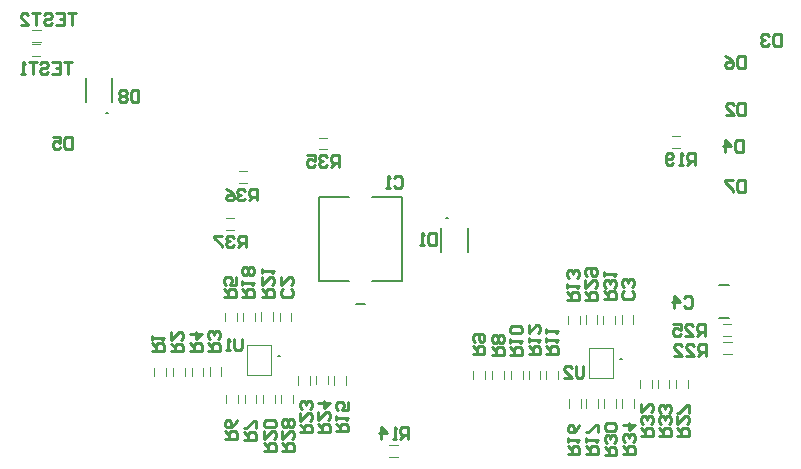
<source format=gbo>
G04*
G04 #@! TF.GenerationSoftware,Altium Limited,Altium Designer,20.1.14 (287)*
G04*
G04 Layer_Color=32896*
%FSLAX25Y25*%
%MOIN*%
G70*
G04*
G04 #@! TF.SameCoordinates,F3919BB7-7B28-4886-AACB-0E40FDAB0E15*
G04*
G04*
G04 #@! TF.FilePolarity,Positive*
G04*
G01*
G75*
%ADD10C,0.00394*%
%ADD11C,0.00787*%
%ADD12C,0.00500*%
%ADD14C,0.01000*%
%ADD59C,0.00600*%
D10*
X48453Y145515D02*
X51209D01*
X48453Y141578D02*
X51209D01*
X48377Y140969D02*
X51133D01*
X48377Y137032D02*
X51133D01*
X278762Y41638D02*
X281518D01*
X278762Y37701D02*
X281518D01*
X278672Y47528D02*
X281428D01*
X278672Y43591D02*
X281428D01*
X95395Y30370D02*
Y33126D01*
X99332Y30370D02*
Y33126D01*
X107505Y30430D02*
Y33186D01*
X111442Y30430D02*
Y33186D01*
X101505Y30370D02*
Y33126D01*
X105442Y30370D02*
Y33126D01*
X113107Y21200D02*
Y23956D01*
X117044Y21200D02*
Y23956D01*
X119197Y21240D02*
Y23996D01*
X123134Y21240D02*
Y23996D01*
X131455Y21160D02*
Y23916D01*
X135392Y21160D02*
Y23916D01*
X125315Y21190D02*
Y23946D01*
X129252Y21190D02*
Y23946D01*
X120088Y30707D02*
Y40549D01*
X127962D01*
Y30707D02*
Y40549D01*
X120088Y30707D02*
X127962D01*
X137025Y27480D02*
Y30236D01*
X140962Y27480D02*
Y30236D01*
X142965Y27550D02*
Y30306D01*
X146902Y27550D02*
Y30306D01*
X207934Y29170D02*
Y31926D01*
X211871Y29170D02*
Y31926D01*
X213865Y29230D02*
Y31986D01*
X217802Y29230D02*
Y31986D01*
X219744Y29170D02*
Y31926D01*
X223680Y29170D02*
Y31926D01*
X227217Y19760D02*
Y22516D01*
X231154Y19760D02*
Y22516D01*
X230922Y47720D02*
Y50476D01*
X226985Y47720D02*
Y50476D01*
X233137Y19760D02*
Y22516D01*
X237074Y19760D02*
Y22516D01*
X236772Y47740D02*
Y50496D01*
X232835Y47740D02*
Y50496D01*
X239087Y19820D02*
Y22576D01*
X243024Y19820D02*
Y22576D01*
X242742Y47710D02*
Y50466D01*
X238805Y47710D02*
Y50466D01*
X245027Y19820D02*
Y22576D01*
X248964Y19820D02*
Y22576D01*
X248772Y47770D02*
Y50526D01*
X244835Y47770D02*
Y50526D01*
X116594Y48700D02*
Y51456D01*
X112657Y48700D02*
Y51456D01*
X122514Y48690D02*
Y51446D01*
X118577Y48690D02*
Y51446D01*
X134774Y48690D02*
Y51446D01*
X130837Y48690D02*
Y51446D01*
X128644Y48750D02*
Y51506D01*
X124707Y48750D02*
Y51506D01*
X250885Y26250D02*
Y29006D01*
X254822Y26250D02*
Y29006D01*
X256855Y26348D02*
Y29104D01*
X260792Y26348D02*
Y29104D01*
X234027Y29787D02*
Y39629D01*
X241901D01*
Y29787D02*
Y39629D01*
X234027Y29787D02*
X241901D01*
X167462Y3241D02*
X170218D01*
X167462Y7179D02*
X170218D01*
X149072Y27472D02*
Y30228D01*
X153008Y27472D02*
Y30228D01*
X261662Y106412D02*
X264418D01*
X261662Y110348D02*
X264418D01*
X262892Y26312D02*
Y29068D01*
X266828Y26312D02*
Y29068D01*
X143852Y105851D02*
X146608D01*
X143852Y109789D02*
X146608D01*
X112962Y78971D02*
X115718D01*
X112962Y82908D02*
X115718D01*
X117222Y94671D02*
X119978D01*
X117222Y98608D02*
X119978D01*
X89002Y30342D02*
Y33098D01*
X92939Y30342D02*
Y33098D01*
X195412Y29192D02*
Y31948D01*
X199348Y29192D02*
Y31948D01*
X201701Y29192D02*
Y31948D01*
X205639Y29192D02*
Y31948D01*
D11*
X73618Y118072D02*
X72830D01*
X73618D01*
X131111Y37006D02*
X130324D01*
X131111D01*
X245050Y36086D02*
X244263D01*
X245050D01*
X187085Y83130D02*
X186297D01*
X187085D01*
D12*
X66216Y121655D02*
Y129529D01*
X75113Y121655D02*
Y129529D01*
X277267Y60672D02*
X280574D01*
X277267Y49648D02*
X280574D01*
X193699Y71673D02*
Y79547D01*
X184801Y71673D02*
Y79547D01*
D14*
X62878Y151348D02*
X60255D01*
X61567D01*
Y147412D01*
X56319Y151348D02*
X58943D01*
Y147412D01*
X56319D01*
X58943Y149380D02*
X57631D01*
X52383Y150692D02*
X53039Y151348D01*
X54351D01*
X55007Y150692D01*
Y150036D01*
X54351Y149380D01*
X53039D01*
X52383Y148724D01*
Y148068D01*
X53039Y147412D01*
X54351D01*
X55007Y148068D01*
X51071Y151348D02*
X48447D01*
X49759D01*
Y147412D01*
X44512D02*
X47135D01*
X44512Y150036D01*
Y150692D01*
X45168Y151348D01*
X46479D01*
X47135Y150692D01*
X61629Y135043D02*
X59005D01*
X60317D01*
Y131107D01*
X55070Y135043D02*
X57694D01*
Y131107D01*
X55070D01*
X57694Y133075D02*
X56382D01*
X51134Y134387D02*
X51790Y135043D01*
X53102D01*
X53758Y134387D01*
Y133731D01*
X53102Y133075D01*
X51790D01*
X51134Y132419D01*
Y131763D01*
X51790Y131107D01*
X53102D01*
X53758Y131763D01*
X49822Y135043D02*
X47198D01*
X48510D01*
Y131107D01*
X45886D02*
X44574D01*
X45230D01*
Y135043D01*
X45886Y134387D01*
X61749Y109938D02*
Y106003D01*
X59781D01*
X59126Y106659D01*
Y109282D01*
X59781Y109938D01*
X61749D01*
X55190D02*
X57814D01*
Y107970D01*
X56502Y108626D01*
X55846D01*
X55190Y107970D01*
Y106659D01*
X55846Y106003D01*
X57158D01*
X57814Y106659D01*
X286088Y121298D02*
Y117362D01*
X284120D01*
X283465Y118018D01*
Y120642D01*
X284120Y121298D01*
X286088D01*
X279529Y117362D02*
X282153D01*
X279529Y119986D01*
Y120642D01*
X280185Y121298D01*
X281497D01*
X282153Y120642D01*
X285902Y95605D02*
Y91670D01*
X283934D01*
X283278Y92326D01*
Y94950D01*
X283934Y95605D01*
X285902D01*
X281966D02*
X279343D01*
Y94950D01*
X281966Y92326D01*
Y91670D01*
X285344Y108824D02*
Y104888D01*
X283376D01*
X282720Y105544D01*
Y108168D01*
X283376Y108824D01*
X285344D01*
X279440Y104888D02*
Y108824D01*
X281408Y106856D01*
X278784D01*
X285902Y137030D02*
Y133095D01*
X283934D01*
X283278Y133751D01*
Y136374D01*
X283934Y137030D01*
X285902D01*
X279343D02*
X280654Y136374D01*
X281966Y135063D01*
Y133751D01*
X281310Y133095D01*
X279998D01*
X279343Y133751D01*
Y134407D01*
X279998Y135063D01*
X281966D01*
X297911Y144385D02*
Y140449D01*
X295943D01*
X295287Y141105D01*
Y143729D01*
X295943Y144385D01*
X297911D01*
X293975Y143729D02*
X293319Y144385D01*
X292007D01*
X291351Y143729D01*
Y143073D01*
X292007Y142417D01*
X292663D01*
X292007D01*
X291351Y141761D01*
Y141105D01*
X292007Y140449D01*
X293319D01*
X293975Y141105D01*
X83785Y125499D02*
Y121564D01*
X81817D01*
X81161Y122220D01*
Y124844D01*
X81817Y125499D01*
X83785D01*
X79849Y124844D02*
X79193Y125499D01*
X77881D01*
X77225Y124844D01*
Y124188D01*
X77881Y123532D01*
X77225Y122876D01*
Y122220D01*
X77881Y121564D01*
X79193D01*
X79849Y122220D01*
Y122876D01*
X79193Y123532D01*
X79849Y124188D01*
Y124844D01*
X79193Y123532D02*
X77881D01*
X232130Y33578D02*
Y30298D01*
X231474Y29642D01*
X230162D01*
X229506Y30298D01*
Y33578D01*
X225570Y29642D02*
X228194D01*
X225570Y32266D01*
Y32922D01*
X226226Y33578D01*
X227538D01*
X228194Y32922D01*
X118381Y42789D02*
Y39509D01*
X117725Y38853D01*
X116413D01*
X115757Y39509D01*
Y42789D01*
X114445Y38853D02*
X113133D01*
X113789D01*
Y42789D01*
X114445Y42133D01*
X119488Y73202D02*
Y77138D01*
X117520D01*
X116864Y76482D01*
Y75170D01*
X117520Y74514D01*
X119488D01*
X118176D02*
X116864Y73202D01*
X115552Y76482D02*
X114896Y77138D01*
X113584D01*
X112928Y76482D01*
Y75826D01*
X113584Y75170D01*
X114240D01*
X113584D01*
X112928Y74514D01*
Y73858D01*
X113584Y73202D01*
X114896D01*
X115552Y73858D01*
X111616Y77138D02*
X108992D01*
Y76482D01*
X111616Y73858D01*
Y73202D01*
X123368Y88832D02*
Y92768D01*
X121400D01*
X120744Y92112D01*
Y90800D01*
X121400Y90144D01*
X123368D01*
X122056D02*
X120744Y88832D01*
X119432Y92112D02*
X118776Y92768D01*
X117464D01*
X116808Y92112D01*
Y91456D01*
X117464Y90800D01*
X118120D01*
X117464D01*
X116808Y90144D01*
Y89488D01*
X117464Y88832D01*
X118776D01*
X119432Y89488D01*
X112872Y92768D02*
X114184Y92112D01*
X115496Y90800D01*
Y89488D01*
X114840Y88832D01*
X113528D01*
X112872Y89488D01*
Y90144D01*
X113528Y90800D01*
X115496D01*
X150618Y100072D02*
Y104008D01*
X148650D01*
X147994Y103352D01*
Y102040D01*
X148650Y101384D01*
X150618D01*
X149306D02*
X147994Y100072D01*
X146682Y103352D02*
X146026Y104008D01*
X144714D01*
X144058Y103352D01*
Y102696D01*
X144714Y102040D01*
X145370D01*
X144714D01*
X144058Y101384D01*
Y100728D01*
X144714Y100072D01*
X146026D01*
X146682Y100728D01*
X140122Y104008D02*
X142746D01*
Y102040D01*
X141434Y102696D01*
X140778D01*
X140122Y102040D01*
Y100728D01*
X140778Y100072D01*
X142090D01*
X142746Y100728D01*
X245266Y4290D02*
X249202D01*
Y6258D01*
X248546Y6914D01*
X247234D01*
X246578Y6258D01*
Y4290D01*
Y5602D02*
X245266Y6914D01*
X248546Y8226D02*
X249202Y8882D01*
Y10194D01*
X248546Y10850D01*
X247890D01*
X247234Y10194D01*
Y9538D01*
Y10194D01*
X246578Y10850D01*
X245922D01*
X245266Y10194D01*
Y8882D01*
X245922Y8226D01*
X245266Y14130D02*
X249202D01*
X247234Y12162D01*
Y14785D01*
X257296Y10278D02*
X261232D01*
Y12246D01*
X260576Y12902D01*
X259264D01*
X258608Y12246D01*
Y10278D01*
Y11590D02*
X257296Y12902D01*
X260576Y14214D02*
X261232Y14870D01*
Y16182D01*
X260576Y16838D01*
X259920D01*
X259264Y16182D01*
Y15526D01*
Y16182D01*
X258608Y16838D01*
X257952D01*
X257296Y16182D01*
Y14870D01*
X257952Y14214D01*
X260576Y18150D02*
X261232Y18806D01*
Y20118D01*
X260576Y20774D01*
X259920D01*
X259264Y20118D01*
Y19462D01*
Y20118D01*
X258608Y20774D01*
X257952D01*
X257296Y20118D01*
Y18806D01*
X257952Y18150D01*
X251326Y10358D02*
X255262D01*
Y12326D01*
X254606Y12982D01*
X253294D01*
X252638Y12326D01*
Y10358D01*
Y11670D02*
X251326Y12982D01*
X254606Y14294D02*
X255262Y14950D01*
Y16262D01*
X254606Y16918D01*
X253950D01*
X253294Y16262D01*
Y15606D01*
Y16262D01*
X252638Y16918D01*
X251982D01*
X251326Y16262D01*
Y14950D01*
X251982Y14294D01*
X251326Y20854D02*
Y18230D01*
X253950Y20854D01*
X254606D01*
X255262Y20198D01*
Y18886D01*
X254606Y18230D01*
X238976Y55866D02*
X242912D01*
Y57834D01*
X242256Y58490D01*
X240944D01*
X240288Y57834D01*
Y55866D01*
Y57178D02*
X238976Y58490D01*
X242256Y59802D02*
X242912Y60458D01*
Y61770D01*
X242256Y62426D01*
X241600D01*
X240944Y61770D01*
Y61114D01*
Y61770D01*
X240288Y62426D01*
X239632D01*
X238976Y61770D01*
Y60458D01*
X239632Y59802D01*
X238976Y63738D02*
Y65049D01*
Y64394D01*
X242912D01*
X242256Y63738D01*
X239176Y4090D02*
X243112D01*
Y6058D01*
X242456Y6714D01*
X241144D01*
X240488Y6058D01*
Y4090D01*
Y5402D02*
X239176Y6714D01*
X242456Y8026D02*
X243112Y8682D01*
Y9994D01*
X242456Y10650D01*
X241800D01*
X241144Y9994D01*
Y9338D01*
Y9994D01*
X240488Y10650D01*
X239832D01*
X239176Y9994D01*
Y8682D01*
X239832Y8026D01*
X242456Y11962D02*
X243112Y12618D01*
Y13929D01*
X242456Y14585D01*
X239832D01*
X239176Y13929D01*
Y12618D01*
X239832Y11962D01*
X242456D01*
X232716Y55730D02*
X236652D01*
Y57698D01*
X235996Y58354D01*
X234684D01*
X234028Y57698D01*
Y55730D01*
Y57042D02*
X232716Y58354D01*
Y62290D02*
Y59666D01*
X235340Y62290D01*
X235996D01*
X236652Y61634D01*
Y60322D01*
X235996Y59666D01*
X233372Y63602D02*
X232716Y64258D01*
Y65570D01*
X233372Y66225D01*
X235996D01*
X236652Y65570D01*
Y64258D01*
X235996Y63602D01*
X235340D01*
X234684Y64258D01*
Y66225D01*
X131806Y5370D02*
X135742D01*
Y7338D01*
X135086Y7994D01*
X133774D01*
X133118Y7338D01*
Y5370D01*
Y6682D02*
X131806Y7994D01*
Y11930D02*
Y9306D01*
X134430Y11930D01*
X135086D01*
X135742Y11274D01*
Y9962D01*
X135086Y9306D01*
Y13242D02*
X135742Y13898D01*
Y15210D01*
X135086Y15865D01*
X134430D01*
X133774Y15210D01*
X133118Y15865D01*
X132462D01*
X131806Y15210D01*
Y13898D01*
X132462Y13242D01*
X133118D01*
X133774Y13898D01*
X134430Y13242D01*
X135086D01*
X133774Y13898D02*
Y15210D01*
X263252Y10272D02*
X267188D01*
Y12240D01*
X266532Y12896D01*
X265220D01*
X264564Y12240D01*
Y10272D01*
Y11584D02*
X263252Y12896D01*
Y16832D02*
Y14208D01*
X265876Y16832D01*
X266532D01*
X267188Y16176D01*
Y14864D01*
X266532Y14208D01*
X267188Y18144D02*
Y20768D01*
X266532D01*
X263908Y18144D01*
X263252D01*
X272628Y43682D02*
Y47618D01*
X270660D01*
X270004Y46962D01*
Y45650D01*
X270660Y44994D01*
X272628D01*
X271316D02*
X270004Y43682D01*
X266068D02*
X268692D01*
X266068Y46306D01*
Y46962D01*
X266724Y47618D01*
X268036D01*
X268692Y46962D01*
X262132Y47618D02*
X264756D01*
Y45650D01*
X263444Y46306D01*
X262788D01*
X262132Y45650D01*
Y44338D01*
X262788Y43682D01*
X264100D01*
X264756Y44338D01*
X143796Y11630D02*
X147732D01*
Y13598D01*
X147076Y14254D01*
X145764D01*
X145108Y13598D01*
Y11630D01*
Y12942D02*
X143796Y14254D01*
Y18190D02*
Y15566D01*
X146420Y18190D01*
X147076D01*
X147732Y17534D01*
Y16222D01*
X147076Y15566D01*
X143796Y21470D02*
X147732D01*
X145764Y19502D01*
Y22125D01*
X137766Y11520D02*
X141702D01*
Y13488D01*
X141046Y14144D01*
X139734D01*
X139078Y13488D01*
Y11520D01*
Y12832D02*
X137766Y14144D01*
Y18080D02*
Y15456D01*
X140390Y18080D01*
X141046D01*
X141702Y17424D01*
Y16112D01*
X141046Y15456D01*
Y19392D02*
X141702Y20048D01*
Y21360D01*
X141046Y22015D01*
X140390D01*
X139734Y21360D01*
Y20704D01*
Y21360D01*
X139078Y22015D01*
X138422D01*
X137766Y21360D01*
Y20048D01*
X138422Y19392D01*
X272868Y37012D02*
Y40948D01*
X270900D01*
X270244Y40292D01*
Y38980D01*
X270900Y38324D01*
X272868D01*
X271556D02*
X270244Y37012D01*
X266308D02*
X268932D01*
X266308Y39636D01*
Y40292D01*
X266964Y40948D01*
X268276D01*
X268932Y40292D01*
X262372Y37012D02*
X264996D01*
X262372Y39636D01*
Y40292D01*
X263028Y40948D01*
X264340D01*
X264996Y40292D01*
X125016Y56736D02*
X128952D01*
Y58704D01*
X128296Y59360D01*
X126984D01*
X126328Y58704D01*
Y56736D01*
Y58048D02*
X125016Y59360D01*
Y63296D02*
Y60672D01*
X127640Y63296D01*
X128296D01*
X128952Y62640D01*
Y61328D01*
X128296Y60672D01*
X125016Y64608D02*
Y65920D01*
Y65263D01*
X128952D01*
X128296Y64608D01*
X125676Y5290D02*
X129612D01*
Y7258D01*
X128956Y7914D01*
X127644D01*
X126988Y7258D01*
Y5290D01*
Y6602D02*
X125676Y7914D01*
Y11850D02*
Y9226D01*
X128300Y11850D01*
X128956D01*
X129612Y11194D01*
Y9882D01*
X128956Y9226D01*
Y13162D02*
X129612Y13818D01*
Y15130D01*
X128956Y15785D01*
X126332D01*
X125676Y15130D01*
Y13818D01*
X126332Y13162D01*
X128956D01*
X269338Y100632D02*
Y104568D01*
X267370D01*
X266714Y103912D01*
Y102600D01*
X267370Y101944D01*
X269338D01*
X268026D02*
X266714Y100632D01*
X265402D02*
X264090D01*
X264746D01*
Y104568D01*
X265402Y103912D01*
X262122Y101288D02*
X261466Y100632D01*
X260154D01*
X259498Y101288D01*
Y103912D01*
X260154Y104568D01*
X261466D01*
X262122Y103912D01*
Y103256D01*
X261466Y102600D01*
X259498D01*
X118476Y56728D02*
X122412D01*
Y58696D01*
X121756Y59352D01*
X120444D01*
X119788Y58696D01*
Y56728D01*
Y58040D02*
X118476Y59352D01*
Y60664D02*
Y61976D01*
Y61320D01*
X122412D01*
X121756Y60664D01*
Y63944D02*
X122412Y64600D01*
Y65912D01*
X121756Y66567D01*
X121100D01*
X120444Y65912D01*
X119788Y66567D01*
X119132D01*
X118476Y65912D01*
Y64600D01*
X119132Y63944D01*
X119788D01*
X120444Y64600D01*
X121100Y63944D01*
X121756D01*
X120444Y64600D02*
Y65912D01*
X233086Y4278D02*
X237022D01*
Y6246D01*
X236366Y6902D01*
X235054D01*
X234398Y6246D01*
Y4278D01*
Y5590D02*
X233086Y6902D01*
Y8214D02*
Y9526D01*
Y8870D01*
X237022D01*
X236366Y8214D01*
X237022Y11494D02*
Y14117D01*
X236366D01*
X233742Y11494D01*
X233086D01*
X226866Y4278D02*
X230802D01*
Y6246D01*
X230146Y6902D01*
X228834D01*
X228178Y6246D01*
Y4278D01*
Y5590D02*
X226866Y6902D01*
Y8214D02*
Y9526D01*
Y8870D01*
X230802D01*
X230146Y8214D01*
X230802Y14117D02*
X230146Y12806D01*
X228834Y11494D01*
X227522D01*
X226866Y12150D01*
Y13462D01*
X227522Y14117D01*
X228178D01*
X228834Y13462D01*
Y11494D01*
X149732Y11850D02*
X153668D01*
Y13818D01*
X153012Y14474D01*
X151700D01*
X151044Y13818D01*
Y11850D01*
Y13162D02*
X149732Y14474D01*
Y15786D02*
Y17098D01*
Y16442D01*
X153668D01*
X153012Y15786D01*
X153668Y21690D02*
Y19066D01*
X151700D01*
X152356Y20378D01*
Y21034D01*
X151700Y21690D01*
X150388D01*
X149732Y21034D01*
Y19722D01*
X150388Y19066D01*
X173750Y9222D02*
Y13158D01*
X171782D01*
X171126Y12502D01*
Y11190D01*
X171782Y10534D01*
X173750D01*
X172438D02*
X171126Y9222D01*
X169814D02*
X168502D01*
X169158D01*
Y13158D01*
X169814Y12502D01*
X164566Y9222D02*
Y13158D01*
X166534Y11190D01*
X163910D01*
X226606Y55808D02*
X230542D01*
Y57776D01*
X229886Y58432D01*
X228574D01*
X227918Y57776D01*
Y55808D01*
Y57120D02*
X226606Y58432D01*
Y59744D02*
Y61056D01*
Y60400D01*
X230542D01*
X229886Y59744D01*
Y63024D02*
X230542Y63680D01*
Y64991D01*
X229886Y65648D01*
X229230D01*
X228574Y64991D01*
Y64336D01*
Y64991D01*
X227918Y65648D01*
X227262D01*
X226606Y64991D01*
Y63680D01*
X227262Y63024D01*
X213854Y37578D02*
X217790D01*
Y39546D01*
X217134Y40202D01*
X215822D01*
X215166Y39546D01*
Y37578D01*
Y38890D02*
X213854Y40202D01*
Y41514D02*
Y42826D01*
Y42170D01*
X217790D01*
X217134Y41514D01*
X213854Y47418D02*
Y44794D01*
X216478Y47418D01*
X217134D01*
X217790Y46762D01*
Y45450D01*
X217134Y44794D01*
X219804Y37574D02*
X223740D01*
Y39542D01*
X223084Y40198D01*
X221772D01*
X221116Y39542D01*
Y37574D01*
Y38886D02*
X219804Y40198D01*
Y41510D02*
Y42822D01*
Y42166D01*
X223740D01*
X223084Y41510D01*
X219804Y44790D02*
Y46101D01*
Y45446D01*
X223740D01*
X223084Y44790D01*
X207724Y37278D02*
X211660D01*
Y39246D01*
X211004Y39902D01*
X209692D01*
X209036Y39246D01*
Y37278D01*
Y38590D02*
X207724Y39902D01*
Y41214D02*
Y42526D01*
Y41870D01*
X211660D01*
X211004Y41214D01*
Y44494D02*
X211660Y45150D01*
Y46461D01*
X211004Y47117D01*
X208380D01*
X207724Y46461D01*
Y45150D01*
X208380Y44494D01*
X211004D01*
X195212Y37750D02*
X199148D01*
Y39718D01*
X198492Y40374D01*
X197180D01*
X196524Y39718D01*
Y37750D01*
Y39062D02*
X195212Y40374D01*
X195868Y41686D02*
X195212Y42342D01*
Y43654D01*
X195868Y44310D01*
X198492D01*
X199148Y43654D01*
Y42342D01*
X198492Y41686D01*
X197836D01*
X197180Y42342D01*
Y44310D01*
X201702Y37370D02*
X205638D01*
Y39338D01*
X204982Y39994D01*
X203670D01*
X203014Y39338D01*
Y37370D01*
Y38682D02*
X201702Y39994D01*
X204982Y41306D02*
X205638Y41962D01*
Y43274D01*
X204982Y43930D01*
X204326D01*
X203670Y43274D01*
X203014Y43930D01*
X202358D01*
X201702Y43274D01*
Y41962D01*
X202358Y41306D01*
X203014D01*
X203670Y41962D01*
X204326Y41306D01*
X204982D01*
X203670Y41962D02*
Y43274D01*
X119096Y8928D02*
X123032D01*
Y10896D01*
X122376Y11552D01*
X121064D01*
X120408Y10896D01*
Y8928D01*
Y10240D02*
X119096Y11552D01*
X123032Y12864D02*
Y15488D01*
X122376D01*
X119752Y12864D01*
X119096D01*
X112586Y9228D02*
X116522D01*
Y11196D01*
X115866Y11852D01*
X114554D01*
X113898Y11196D01*
Y9228D01*
Y10540D02*
X112586Y11852D01*
X116522Y15788D02*
X115866Y14476D01*
X114554Y13164D01*
X113242D01*
X112586Y13820D01*
Y15132D01*
X113242Y15788D01*
X113898D01*
X114554Y15132D01*
Y13164D01*
X112416Y56688D02*
X116352D01*
Y58656D01*
X115696Y59312D01*
X114384D01*
X113728Y58656D01*
Y56688D01*
Y58000D02*
X112416Y59312D01*
X116352Y63248D02*
Y60624D01*
X114384D01*
X115040Y61936D01*
Y62592D01*
X114384Y63248D01*
X113072D01*
X112416Y62592D01*
Y61280D01*
X113072Y60624D01*
X101004Y38577D02*
X104940D01*
Y40545D01*
X104284Y41201D01*
X102972D01*
X102316Y40545D01*
Y38577D01*
Y39889D02*
X101004Y41201D01*
Y44480D02*
X104940D01*
X102972Y42513D01*
Y45136D01*
X107109Y38635D02*
X111045D01*
Y40603D01*
X110389Y41259D01*
X109077D01*
X108421Y40603D01*
Y38635D01*
Y39947D02*
X107109Y41259D01*
X110389Y42571D02*
X111045Y43227D01*
Y44539D01*
X110389Y45195D01*
X109733D01*
X109077Y44539D01*
Y43883D01*
Y44539D01*
X108421Y45195D01*
X107765D01*
X107109Y44539D01*
Y43227D01*
X107765Y42571D01*
X94670Y38520D02*
X98606D01*
Y40488D01*
X97950Y41144D01*
X96638D01*
X95982Y40488D01*
Y38520D01*
Y39832D02*
X94670Y41144D01*
Y45080D02*
Y42456D01*
X97294Y45080D01*
X97950D01*
X98606Y44424D01*
Y43112D01*
X97950Y42456D01*
X88451Y38543D02*
X92387D01*
Y40510D01*
X91730Y41166D01*
X90419D01*
X89763Y40510D01*
Y38543D01*
Y39854D02*
X88451Y41166D01*
Y42478D02*
Y43790D01*
Y43134D01*
X92387D01*
X91730Y42478D01*
X182824Y77908D02*
Y73972D01*
X180856D01*
X180200Y74628D01*
Y77252D01*
X180856Y77908D01*
X182824D01*
X178888Y73972D02*
X177576D01*
X178232D01*
Y77908D01*
X178888Y77252D01*
X265596Y56422D02*
X266252Y57078D01*
X267564D01*
X268220Y56422D01*
Y53798D01*
X267564Y53142D01*
X266252D01*
X265596Y53798D01*
X262316Y53142D02*
Y57078D01*
X264284Y55110D01*
X261660D01*
X248236Y58642D02*
X248892Y57986D01*
Y56674D01*
X248236Y56018D01*
X245612D01*
X244956Y56674D01*
Y57986D01*
X245612Y58642D01*
X248236Y59954D02*
X248892Y60610D01*
Y61922D01*
X248236Y62578D01*
X247580D01*
X246924Y61922D01*
Y61266D01*
Y61922D01*
X246268Y62578D01*
X245612D01*
X244956Y61922D01*
Y60610D01*
X245612Y59954D01*
X134516Y59232D02*
X135172Y58576D01*
Y57264D01*
X134516Y56608D01*
X131892D01*
X131236Y57264D01*
Y58576D01*
X131892Y59232D01*
X131236Y63168D02*
Y60544D01*
X133860Y63168D01*
X134516D01*
X135172Y62512D01*
Y61200D01*
X134516Y60544D01*
X168880Y96172D02*
X169536Y96828D01*
X170848D01*
X171504Y96172D01*
Y93548D01*
X170848Y92892D01*
X169536D01*
X168880Y93548D01*
X167568Y92892D02*
X166256D01*
X166912D01*
Y96828D01*
X167568Y96172D01*
D59*
X144000Y62030D02*
X154056D01*
X161744D02*
X171800D01*
Y89830D01*
X144000D02*
X154056D01*
X144000Y62030D02*
Y89830D01*
X156400Y54224D02*
X159400D01*
X161744Y89830D02*
X171800D01*
M02*

</source>
